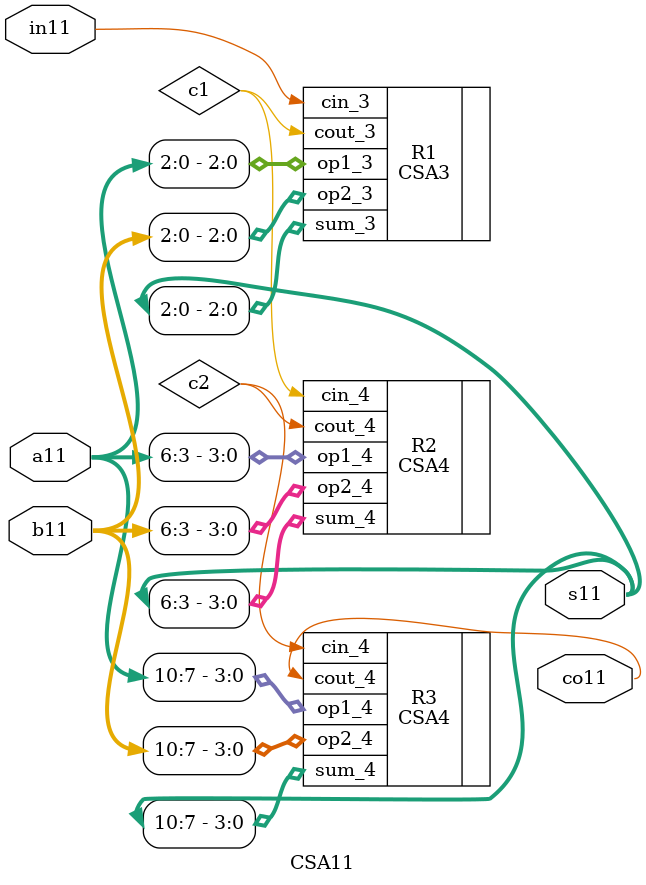
<source format=v>
`timescale 1ns/10ps

module CSA11(s11,co11,a11,b11,in11);
output [10:0]s11;
output co11;
input [10:0]a11,b11;
input in11;
wire [10:0]s11;
wire c1,c2;

CSA3 R1(.sum_3(s11[2:0]),.cout_3(c1),.op1_3(a11[2:0]),.op2_3(b11[2:0]),.cin_3(in11));
CSA4 R2(.sum_4(s11[6:3]),.cout_4(c2),.op1_4(a11[6:3]),.op2_4(b11[6:3]),.cin_4(c1));
CSA4 R3(.sum_4(s11[10:7]),.cout_4(co11),.op1_4(a11[10:7]),.op2_4(b11[10:7]),.cin_4(c2));
endmodule

</source>
